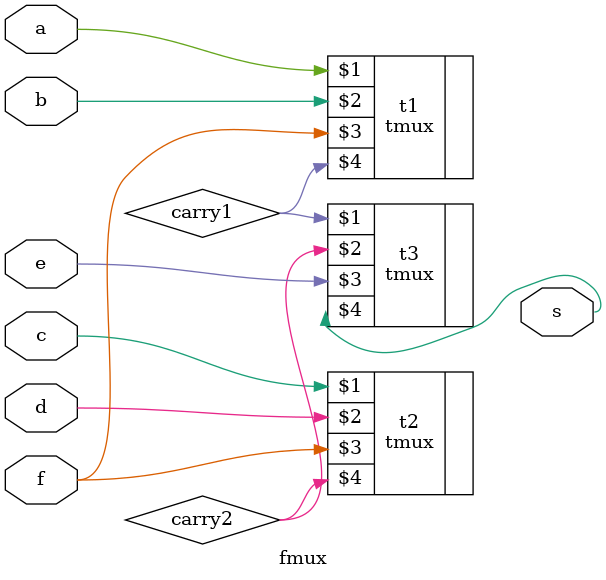
<source format=sv>
`timescale 1ns / 1ps


module fmux(
    input logic a,b,c,d,e,f,
    output logic s
    );
    logic carr1;
    logic carry2;
    tmux t1 (a,b,f,carry1);
    tmux t2 (c,d,f,carry2);
    tmux t3 (carry1,carry2,e,s);
endmodule

</source>
